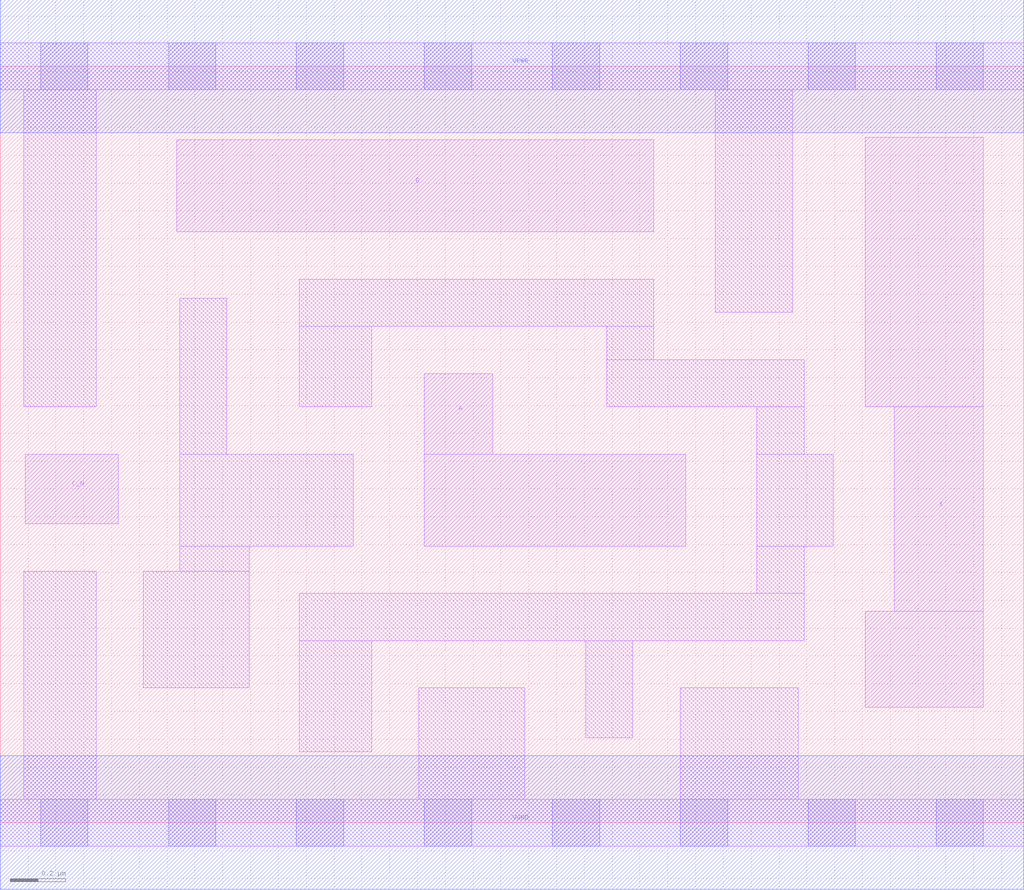
<source format=lef>
# Copyright 2020 The SkyWater PDK Authors
#
# Licensed under the Apache License, Version 2.0 (the "License");
# you may not use this file except in compliance with the License.
# You may obtain a copy of the License at
#
#     https://www.apache.org/licenses/LICENSE-2.0
#
# Unless required by applicable law or agreed to in writing, software
# distributed under the License is distributed on an "AS IS" BASIS,
# WITHOUT WARRANTIES OR CONDITIONS OF ANY KIND, either express or implied.
# See the License for the specific language governing permissions and
# limitations under the License.
#
# SPDX-License-Identifier: Apache-2.0

VERSION 5.7 ;
  NAMESCASESENSITIVE ON ;
  NOWIREEXTENSIONATPIN ON ;
  DIVIDERCHAR "/" ;
  BUSBITCHARS "[]" ;
UNITS
  DATABASE MICRONS 200 ;
END UNITS
PROPERTYDEFINITIONS
  MACRO maskLayoutSubType STRING ;
  MACRO prCellType STRING ;
  MACRO originalViewName STRING ;
END PROPERTYDEFINITIONS
MACRO sky130_fd_sc_hdll__or3b_1
  CLASS CORE ;
  FOREIGN sky130_fd_sc_hdll__or3b_1 ;
  ORIGIN  0.000000  0.000000 ;
  SIZE  3.680000 BY  2.720000 ;
  SYMMETRY X Y R90 ;
  SITE unithd ;
  PIN A
    ANTENNAGATEAREA  0.138600 ;
    DIRECTION INPUT ;
    USE SIGNAL ;
    PORT
      LAYER li1 ;
        RECT 1.525000 0.995000 2.465000 1.325000 ;
        RECT 1.525000 1.325000 1.770000 1.615000 ;
    END
  END A
  PIN B
    ANTENNAGATEAREA  0.138600 ;
    DIRECTION INPUT ;
    USE SIGNAL ;
    PORT
      LAYER li1 ;
        RECT 0.635000 2.125000 2.350000 2.455000 ;
    END
  END B
  PIN C_N
    ANTENNAGATEAREA  0.138600 ;
    DIRECTION INPUT ;
    USE SIGNAL ;
    PORT
      LAYER li1 ;
        RECT 0.090000 1.075000 0.425000 1.325000 ;
    END
  END C_N
  PIN X
    ANTENNADIFFAREA  0.463750 ;
    DIRECTION OUTPUT ;
    USE SIGNAL ;
    PORT
      LAYER li1 ;
        RECT 3.110000 0.415000 3.535000 0.760000 ;
        RECT 3.110000 1.495000 3.535000 2.465000 ;
        RECT 3.215000 0.760000 3.535000 1.495000 ;
    END
  END X
  PIN VGND
    DIRECTION INOUT ;
    USE GROUND ;
    PORT
      LAYER met1 ;
        RECT 0.000000 -0.240000 3.680000 0.240000 ;
    END
  END VGND
  PIN VPWR
    DIRECTION INOUT ;
    USE POWER ;
    PORT
      LAYER met1 ;
        RECT 0.000000 2.480000 3.680000 2.960000 ;
    END
  END VPWR
  OBS
    LAYER li1 ;
      RECT 0.000000 -0.085000 3.680000 0.085000 ;
      RECT 0.000000  2.635000 3.680000 2.805000 ;
      RECT 0.085000  0.085000 0.345000 0.905000 ;
      RECT 0.085000  1.495000 0.345000 2.635000 ;
      RECT 0.515000  0.485000 0.895000 0.905000 ;
      RECT 0.645000  0.905000 0.895000 0.995000 ;
      RECT 0.645000  0.995000 1.270000 1.325000 ;
      RECT 0.645000  1.325000 0.815000 1.885000 ;
      RECT 1.075000  0.255000 1.335000 0.655000 ;
      RECT 1.075000  0.655000 2.890000 0.825000 ;
      RECT 1.075000  1.495000 1.335000 1.785000 ;
      RECT 1.075000  1.785000 2.350000 1.955000 ;
      RECT 1.505000  0.085000 1.885000 0.485000 ;
      RECT 2.105000  0.305000 2.275000 0.655000 ;
      RECT 2.180000  1.495000 2.890000 1.665000 ;
      RECT 2.180000  1.665000 2.350000 1.785000 ;
      RECT 2.445000  0.085000 2.870000 0.485000 ;
      RECT 2.570000  1.835000 2.850000 2.635000 ;
      RECT 2.720000  0.825000 2.890000 0.995000 ;
      RECT 2.720000  0.995000 2.995000 1.325000 ;
      RECT 2.720000  1.325000 2.890000 1.495000 ;
    LAYER mcon ;
      RECT 0.145000 -0.085000 0.315000 0.085000 ;
      RECT 0.145000  2.635000 0.315000 2.805000 ;
      RECT 0.605000 -0.085000 0.775000 0.085000 ;
      RECT 0.605000  2.635000 0.775000 2.805000 ;
      RECT 1.065000 -0.085000 1.235000 0.085000 ;
      RECT 1.065000  2.635000 1.235000 2.805000 ;
      RECT 1.525000 -0.085000 1.695000 0.085000 ;
      RECT 1.525000  2.635000 1.695000 2.805000 ;
      RECT 1.985000 -0.085000 2.155000 0.085000 ;
      RECT 1.985000  2.635000 2.155000 2.805000 ;
      RECT 2.445000 -0.085000 2.615000 0.085000 ;
      RECT 2.445000  2.635000 2.615000 2.805000 ;
      RECT 2.905000 -0.085000 3.075000 0.085000 ;
      RECT 2.905000  2.635000 3.075000 2.805000 ;
      RECT 3.365000 -0.085000 3.535000 0.085000 ;
      RECT 3.365000  2.635000 3.535000 2.805000 ;
  END
  PROPERTY maskLayoutSubType "abstract" ;
  PROPERTY prCellType "standard" ;
  PROPERTY originalViewName "layout" ;
END sky130_fd_sc_hdll__or3b_1

</source>
